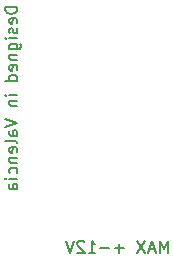
<source format=gbr>
%TF.GenerationSoftware,KiCad,Pcbnew,7.0.10-7.0.10~ubuntu22.04.1*%
%TF.CreationDate,2024-01-27T22:34:07+01:00*%
%TF.ProjectId,pmod_adc12,706d6f64-5f61-4646-9331-322e6b696361,rev?*%
%TF.SameCoordinates,Original*%
%TF.FileFunction,Legend,Bot*%
%TF.FilePolarity,Positive*%
%FSLAX46Y46*%
G04 Gerber Fmt 4.6, Leading zero omitted, Abs format (unit mm)*
G04 Created by KiCad (PCBNEW 7.0.10-7.0.10~ubuntu22.04.1) date 2024-01-27 22:34:07*
%MOMM*%
%LPD*%
G01*
G04 APERTURE LIST*
%ADD10C,0.200000*%
G04 APERTURE END LIST*
D10*
X114530326Y-68367219D02*
X114530326Y-67367219D01*
X114530326Y-67367219D02*
X114196993Y-68081504D01*
X114196993Y-68081504D02*
X113863660Y-67367219D01*
X113863660Y-67367219D02*
X113863660Y-68367219D01*
X113435088Y-68081504D02*
X112958898Y-68081504D01*
X113530326Y-68367219D02*
X113196993Y-67367219D01*
X113196993Y-67367219D02*
X112863660Y-68367219D01*
X112625564Y-67367219D02*
X111958898Y-68367219D01*
X111958898Y-67367219D02*
X112625564Y-68367219D01*
X110816040Y-67986266D02*
X110054136Y-67986266D01*
X110435088Y-68367219D02*
X110435088Y-67605314D01*
X109577945Y-67986266D02*
X108816041Y-67986266D01*
X107816041Y-68367219D02*
X108387469Y-68367219D01*
X108101755Y-68367219D02*
X108101755Y-67367219D01*
X108101755Y-67367219D02*
X108196993Y-67510076D01*
X108196993Y-67510076D02*
X108292231Y-67605314D01*
X108292231Y-67605314D02*
X108387469Y-67652933D01*
X107435088Y-67462457D02*
X107387469Y-67414838D01*
X107387469Y-67414838D02*
X107292231Y-67367219D01*
X107292231Y-67367219D02*
X107054136Y-67367219D01*
X107054136Y-67367219D02*
X106958898Y-67414838D01*
X106958898Y-67414838D02*
X106911279Y-67462457D01*
X106911279Y-67462457D02*
X106863660Y-67557695D01*
X106863660Y-67557695D02*
X106863660Y-67652933D01*
X106863660Y-67652933D02*
X106911279Y-67795790D01*
X106911279Y-67795790D02*
X107482707Y-68367219D01*
X107482707Y-68367219D02*
X106863660Y-68367219D01*
X106577945Y-67367219D02*
X106244612Y-68367219D01*
X106244612Y-68367219D02*
X105911279Y-67367219D01*
X101767219Y-47569673D02*
X100767219Y-47569673D01*
X100767219Y-47569673D02*
X100767219Y-47807768D01*
X100767219Y-47807768D02*
X100814838Y-47950625D01*
X100814838Y-47950625D02*
X100910076Y-48045863D01*
X100910076Y-48045863D02*
X101005314Y-48093482D01*
X101005314Y-48093482D02*
X101195790Y-48141101D01*
X101195790Y-48141101D02*
X101338647Y-48141101D01*
X101338647Y-48141101D02*
X101529123Y-48093482D01*
X101529123Y-48093482D02*
X101624361Y-48045863D01*
X101624361Y-48045863D02*
X101719600Y-47950625D01*
X101719600Y-47950625D02*
X101767219Y-47807768D01*
X101767219Y-47807768D02*
X101767219Y-47569673D01*
X101719600Y-48950625D02*
X101767219Y-48855387D01*
X101767219Y-48855387D02*
X101767219Y-48664911D01*
X101767219Y-48664911D02*
X101719600Y-48569673D01*
X101719600Y-48569673D02*
X101624361Y-48522054D01*
X101624361Y-48522054D02*
X101243409Y-48522054D01*
X101243409Y-48522054D02*
X101148171Y-48569673D01*
X101148171Y-48569673D02*
X101100552Y-48664911D01*
X101100552Y-48664911D02*
X101100552Y-48855387D01*
X101100552Y-48855387D02*
X101148171Y-48950625D01*
X101148171Y-48950625D02*
X101243409Y-48998244D01*
X101243409Y-48998244D02*
X101338647Y-48998244D01*
X101338647Y-48998244D02*
X101433885Y-48522054D01*
X101719600Y-49379197D02*
X101767219Y-49474435D01*
X101767219Y-49474435D02*
X101767219Y-49664911D01*
X101767219Y-49664911D02*
X101719600Y-49760149D01*
X101719600Y-49760149D02*
X101624361Y-49807768D01*
X101624361Y-49807768D02*
X101576742Y-49807768D01*
X101576742Y-49807768D02*
X101481504Y-49760149D01*
X101481504Y-49760149D02*
X101433885Y-49664911D01*
X101433885Y-49664911D02*
X101433885Y-49522054D01*
X101433885Y-49522054D02*
X101386266Y-49426816D01*
X101386266Y-49426816D02*
X101291028Y-49379197D01*
X101291028Y-49379197D02*
X101243409Y-49379197D01*
X101243409Y-49379197D02*
X101148171Y-49426816D01*
X101148171Y-49426816D02*
X101100552Y-49522054D01*
X101100552Y-49522054D02*
X101100552Y-49664911D01*
X101100552Y-49664911D02*
X101148171Y-49760149D01*
X101767219Y-50236340D02*
X101100552Y-50236340D01*
X100767219Y-50236340D02*
X100814838Y-50188721D01*
X100814838Y-50188721D02*
X100862457Y-50236340D01*
X100862457Y-50236340D02*
X100814838Y-50283959D01*
X100814838Y-50283959D02*
X100767219Y-50236340D01*
X100767219Y-50236340D02*
X100862457Y-50236340D01*
X101100552Y-51141101D02*
X101910076Y-51141101D01*
X101910076Y-51141101D02*
X102005314Y-51093482D01*
X102005314Y-51093482D02*
X102052933Y-51045863D01*
X102052933Y-51045863D02*
X102100552Y-50950625D01*
X102100552Y-50950625D02*
X102100552Y-50807768D01*
X102100552Y-50807768D02*
X102052933Y-50712530D01*
X101719600Y-51141101D02*
X101767219Y-51045863D01*
X101767219Y-51045863D02*
X101767219Y-50855387D01*
X101767219Y-50855387D02*
X101719600Y-50760149D01*
X101719600Y-50760149D02*
X101671980Y-50712530D01*
X101671980Y-50712530D02*
X101576742Y-50664911D01*
X101576742Y-50664911D02*
X101291028Y-50664911D01*
X101291028Y-50664911D02*
X101195790Y-50712530D01*
X101195790Y-50712530D02*
X101148171Y-50760149D01*
X101148171Y-50760149D02*
X101100552Y-50855387D01*
X101100552Y-50855387D02*
X101100552Y-51045863D01*
X101100552Y-51045863D02*
X101148171Y-51141101D01*
X101100552Y-51617292D02*
X101767219Y-51617292D01*
X101195790Y-51617292D02*
X101148171Y-51664911D01*
X101148171Y-51664911D02*
X101100552Y-51760149D01*
X101100552Y-51760149D02*
X101100552Y-51903006D01*
X101100552Y-51903006D02*
X101148171Y-51998244D01*
X101148171Y-51998244D02*
X101243409Y-52045863D01*
X101243409Y-52045863D02*
X101767219Y-52045863D01*
X101719600Y-52903006D02*
X101767219Y-52807768D01*
X101767219Y-52807768D02*
X101767219Y-52617292D01*
X101767219Y-52617292D02*
X101719600Y-52522054D01*
X101719600Y-52522054D02*
X101624361Y-52474435D01*
X101624361Y-52474435D02*
X101243409Y-52474435D01*
X101243409Y-52474435D02*
X101148171Y-52522054D01*
X101148171Y-52522054D02*
X101100552Y-52617292D01*
X101100552Y-52617292D02*
X101100552Y-52807768D01*
X101100552Y-52807768D02*
X101148171Y-52903006D01*
X101148171Y-52903006D02*
X101243409Y-52950625D01*
X101243409Y-52950625D02*
X101338647Y-52950625D01*
X101338647Y-52950625D02*
X101433885Y-52474435D01*
X101767219Y-53807768D02*
X100767219Y-53807768D01*
X101719600Y-53807768D02*
X101767219Y-53712530D01*
X101767219Y-53712530D02*
X101767219Y-53522054D01*
X101767219Y-53522054D02*
X101719600Y-53426816D01*
X101719600Y-53426816D02*
X101671980Y-53379197D01*
X101671980Y-53379197D02*
X101576742Y-53331578D01*
X101576742Y-53331578D02*
X101291028Y-53331578D01*
X101291028Y-53331578D02*
X101195790Y-53379197D01*
X101195790Y-53379197D02*
X101148171Y-53426816D01*
X101148171Y-53426816D02*
X101100552Y-53522054D01*
X101100552Y-53522054D02*
X101100552Y-53712530D01*
X101100552Y-53712530D02*
X101148171Y-53807768D01*
X101767219Y-55045864D02*
X101100552Y-55045864D01*
X100767219Y-55045864D02*
X100814838Y-54998245D01*
X100814838Y-54998245D02*
X100862457Y-55045864D01*
X100862457Y-55045864D02*
X100814838Y-55093483D01*
X100814838Y-55093483D02*
X100767219Y-55045864D01*
X100767219Y-55045864D02*
X100862457Y-55045864D01*
X101100552Y-55522054D02*
X101767219Y-55522054D01*
X101195790Y-55522054D02*
X101148171Y-55569673D01*
X101148171Y-55569673D02*
X101100552Y-55664911D01*
X101100552Y-55664911D02*
X101100552Y-55807768D01*
X101100552Y-55807768D02*
X101148171Y-55903006D01*
X101148171Y-55903006D02*
X101243409Y-55950625D01*
X101243409Y-55950625D02*
X101767219Y-55950625D01*
X100767219Y-57045864D02*
X101767219Y-57379197D01*
X101767219Y-57379197D02*
X100767219Y-57712530D01*
X101767219Y-58474435D02*
X101243409Y-58474435D01*
X101243409Y-58474435D02*
X101148171Y-58426816D01*
X101148171Y-58426816D02*
X101100552Y-58331578D01*
X101100552Y-58331578D02*
X101100552Y-58141102D01*
X101100552Y-58141102D02*
X101148171Y-58045864D01*
X101719600Y-58474435D02*
X101767219Y-58379197D01*
X101767219Y-58379197D02*
X101767219Y-58141102D01*
X101767219Y-58141102D02*
X101719600Y-58045864D01*
X101719600Y-58045864D02*
X101624361Y-57998245D01*
X101624361Y-57998245D02*
X101529123Y-57998245D01*
X101529123Y-57998245D02*
X101433885Y-58045864D01*
X101433885Y-58045864D02*
X101386266Y-58141102D01*
X101386266Y-58141102D02*
X101386266Y-58379197D01*
X101386266Y-58379197D02*
X101338647Y-58474435D01*
X101767219Y-59093483D02*
X101719600Y-58998245D01*
X101719600Y-58998245D02*
X101624361Y-58950626D01*
X101624361Y-58950626D02*
X100767219Y-58950626D01*
X101719600Y-59855388D02*
X101767219Y-59760150D01*
X101767219Y-59760150D02*
X101767219Y-59569674D01*
X101767219Y-59569674D02*
X101719600Y-59474436D01*
X101719600Y-59474436D02*
X101624361Y-59426817D01*
X101624361Y-59426817D02*
X101243409Y-59426817D01*
X101243409Y-59426817D02*
X101148171Y-59474436D01*
X101148171Y-59474436D02*
X101100552Y-59569674D01*
X101100552Y-59569674D02*
X101100552Y-59760150D01*
X101100552Y-59760150D02*
X101148171Y-59855388D01*
X101148171Y-59855388D02*
X101243409Y-59903007D01*
X101243409Y-59903007D02*
X101338647Y-59903007D01*
X101338647Y-59903007D02*
X101433885Y-59426817D01*
X101100552Y-60331579D02*
X101767219Y-60331579D01*
X101195790Y-60331579D02*
X101148171Y-60379198D01*
X101148171Y-60379198D02*
X101100552Y-60474436D01*
X101100552Y-60474436D02*
X101100552Y-60617293D01*
X101100552Y-60617293D02*
X101148171Y-60712531D01*
X101148171Y-60712531D02*
X101243409Y-60760150D01*
X101243409Y-60760150D02*
X101767219Y-60760150D01*
X101719600Y-61664912D02*
X101767219Y-61569674D01*
X101767219Y-61569674D02*
X101767219Y-61379198D01*
X101767219Y-61379198D02*
X101719600Y-61283960D01*
X101719600Y-61283960D02*
X101671980Y-61236341D01*
X101671980Y-61236341D02*
X101576742Y-61188722D01*
X101576742Y-61188722D02*
X101291028Y-61188722D01*
X101291028Y-61188722D02*
X101195790Y-61236341D01*
X101195790Y-61236341D02*
X101148171Y-61283960D01*
X101148171Y-61283960D02*
X101100552Y-61379198D01*
X101100552Y-61379198D02*
X101100552Y-61569674D01*
X101100552Y-61569674D02*
X101148171Y-61664912D01*
X101767219Y-62093484D02*
X101100552Y-62093484D01*
X100767219Y-62093484D02*
X100814838Y-62045865D01*
X100814838Y-62045865D02*
X100862457Y-62093484D01*
X100862457Y-62093484D02*
X100814838Y-62141103D01*
X100814838Y-62141103D02*
X100767219Y-62093484D01*
X100767219Y-62093484D02*
X100862457Y-62093484D01*
X101767219Y-62998245D02*
X101243409Y-62998245D01*
X101243409Y-62998245D02*
X101148171Y-62950626D01*
X101148171Y-62950626D02*
X101100552Y-62855388D01*
X101100552Y-62855388D02*
X101100552Y-62664912D01*
X101100552Y-62664912D02*
X101148171Y-62569674D01*
X101719600Y-62998245D02*
X101767219Y-62903007D01*
X101767219Y-62903007D02*
X101767219Y-62664912D01*
X101767219Y-62664912D02*
X101719600Y-62569674D01*
X101719600Y-62569674D02*
X101624361Y-62522055D01*
X101624361Y-62522055D02*
X101529123Y-62522055D01*
X101529123Y-62522055D02*
X101433885Y-62569674D01*
X101433885Y-62569674D02*
X101386266Y-62664912D01*
X101386266Y-62664912D02*
X101386266Y-62903007D01*
X101386266Y-62903007D02*
X101338647Y-62998245D01*
M02*

</source>
